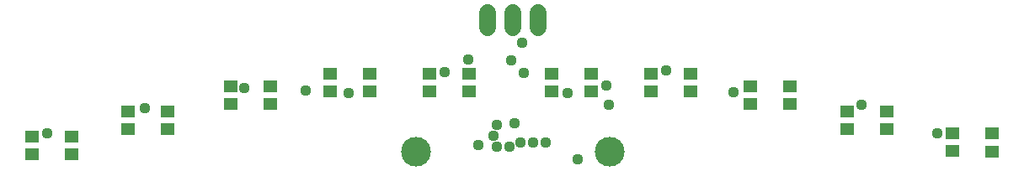
<source format=gbs>
G75*
%MOIN*%
%OFA0B0*%
%FSLAX25Y25*%
%IPPOS*%
%LPD*%
%AMOC8*
5,1,8,0,0,1.08239X$1,22.5*
%
%ADD10C,0.11824*%
%ADD11R,0.05800X0.04737*%
%ADD12C,0.06800*%
%ADD13C,0.04369*%
D10*
X0166854Y0027091D03*
X0243626Y0027091D03*
D11*
X0014768Y0026146D03*
X0030398Y0026106D03*
X0030398Y0033232D03*
X0014768Y0033232D03*
X0052898Y0036146D03*
X0068528Y0036106D03*
X0068528Y0043232D03*
X0052898Y0043232D03*
X0093528Y0046146D03*
X0109157Y0046106D03*
X0132907Y0051146D03*
X0148537Y0051106D03*
X0172287Y0051146D03*
X0187917Y0051106D03*
X0187917Y0058232D03*
X0172287Y0058232D03*
X0148537Y0058232D03*
X0132907Y0058232D03*
X0109157Y0053232D03*
X0093528Y0053232D03*
X0220575Y0051146D03*
X0236205Y0051106D03*
X0259955Y0051146D03*
X0275585Y0051106D03*
X0299335Y0053232D03*
X0314965Y0053232D03*
X0314965Y0046106D03*
X0299335Y0046146D03*
X0337465Y0043232D03*
X0353094Y0043232D03*
X0353094Y0036106D03*
X0337465Y0036146D03*
X0379344Y0034482D03*
X0394974Y0034482D03*
X0394974Y0027356D03*
X0379344Y0027396D03*
X0275585Y0058232D03*
X0259955Y0058232D03*
X0236205Y0058232D03*
X0220575Y0058232D03*
D12*
X0215255Y0076599D02*
X0215255Y0082599D01*
X0205255Y0082599D02*
X0205255Y0076599D01*
X0195255Y0076599D02*
X0195255Y0082599D01*
D13*
X0208911Y0070619D03*
X0204581Y0063439D03*
X0187661Y0063744D03*
X0178286Y0058744D03*
X0209581Y0058439D03*
X0227036Y0050619D03*
X0242081Y0053439D03*
X0243331Y0045939D03*
X0205831Y0038439D03*
X0198956Y0037814D03*
X0197706Y0033439D03*
X0208331Y0030939D03*
X0213331Y0030939D03*
X0218331Y0030939D03*
X0203956Y0029064D03*
X0198956Y0029064D03*
X0191411Y0029994D03*
X0230786Y0024369D03*
X0140161Y0050619D03*
X0123331Y0051564D03*
X0098862Y0052720D03*
X0059581Y0044689D03*
X0020831Y0034689D03*
X0265831Y0059689D03*
X0292706Y0050939D03*
X0343331Y0045939D03*
X0373331Y0034689D03*
M02*

</source>
